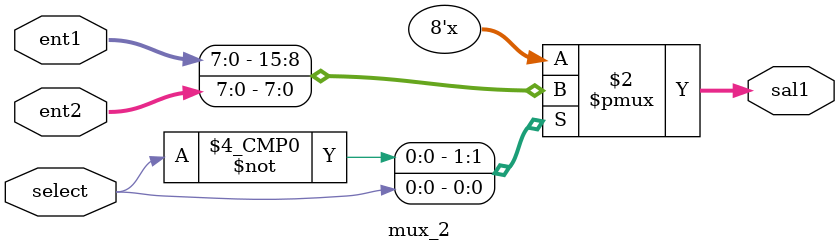
<source format=sv>
module mux_2(select, ent1, ent2, sal1);

	input logic select;
	input logic [7:0] ent1, ent2;
	output logic [7:0] sal1;
	
	always @(ent1 or ent2) begin
		case(select)
			1'b0 : sal1 <= ent1;
			1'b1 : sal1 <= ent2;
		endcase
	end
endmodule

</source>
